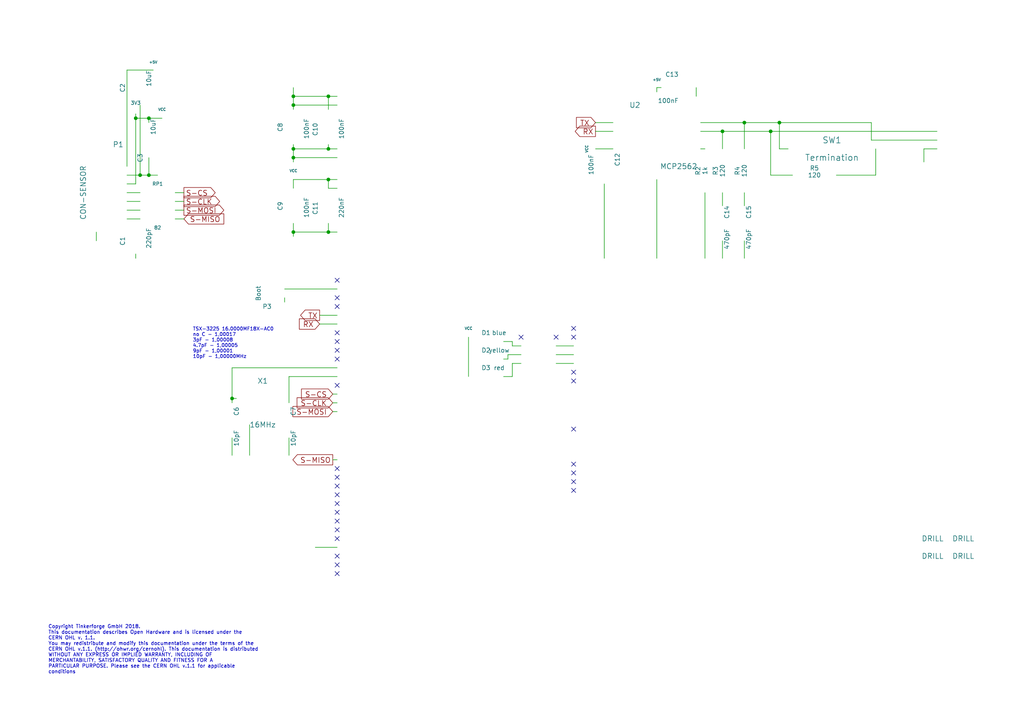
<source format=kicad_sch>
(kicad_sch (version 20230121) (generator eeschema)
  (paper "A4")
  (title_block (title "CAN Bricklet") (date "2018-01-16") (rev "2.0") (company "Tinkerforge GmbH") (comment 1 "Licensed under CERN OHL v.1.1") (comment 2 "Copyright (©) 2018, B.Nordmeyer <bastian@tinkerforge.com>"))
  (lib_symbols)
  (junction (at 40.64 50.8))
  (junction (at 95.25 67.31))
  (junction (at 85.09 30.48))
  (junction (at 85.09 27.94))
  (junction (at 95.25 52.07))
  (junction (at 226.06 35.56))
  (junction (at 85.09 43.18))
  (junction (at 43.18 50.8))
  (junction (at 223.52 38.1))
  (junction (at 95.25 27.94))
  (junction (at 43.18 34.29))
  (junction (at 85.09 45.72))
  (junction (at 67.31 115.57))
  (junction (at 95.25 43.18))
  (junction (at 215.9 35.56))
  (junction (at 209.55 38.1))
  (junction (at 85.09 67.31))
  (junction (at 39.37 34.29))
  (no_connect (at 97.79 163.83))
  (no_connect (at 161.29 97.79))
  (no_connect (at 97.79 146.05))
  (no_connect (at 97.79 101.6))
  (no_connect (at 166.37 134.62))
  (no_connect (at 166.37 97.79))
  (no_connect (at 97.79 151.13))
  (no_connect (at 97.79 99.06))
  (no_connect (at 97.79 81.28))
  (no_connect (at 151.13 97.79))
  (no_connect (at 97.79 166.37))
  (no_connect (at 97.79 96.52))
  (no_connect (at 97.79 104.14))
  (no_connect (at 166.37 142.24))
  (no_connect (at 97.79 86.36))
  (no_connect (at 166.37 124.46))
  (no_connect (at 166.37 139.7))
  (no_connect (at 97.79 88.9))
  (no_connect (at 97.79 138.43))
  (no_connect (at 166.37 95.25))
  (no_connect (at 97.79 135.89))
  (no_connect (at 166.37 137.16))
  (no_connect (at 97.79 161.29))
  (no_connect (at 166.37 107.95))
  (no_connect (at 97.79 156.21))
  (no_connect (at 166.37 110.49))
  (no_connect (at 97.79 143.51))
  (no_connect (at 97.79 148.59))
  (no_connect (at 97.79 153.67))
  (no_connect (at 97.79 111.76))
  (no_connect (at 97.79 140.97))
  (wire (pts (xy 85.09 43.18) (xy 85.09 45.72)))
  (wire (pts (xy 161.29 102.87) (xy 166.37 102.87)))
  (wire (pts (xy 85.09 67.31) (xy 85.09 68.58)))
  (wire (pts (xy 226.06 43.18) (xy 226.06 35.56)))
  (wire (pts (xy 146.05 109.22) (xy 148.59 109.22)))
  (wire (pts (xy 43.18 34.29) (xy 43.18 35.56)))
  (wire (pts (xy 146.05 104.14) (xy 147.32 104.14)))
  (wire (pts (xy 254 43.18) (xy 254 50.8)))
  (wire (pts (xy 148.59 100.33) (xy 151.13 100.33)))
  (wire (pts (xy 190.5 52.07) (xy 190.5 74.93)))
  (wire (pts (xy 36.83 20.32) (xy 36.83 48.26)))
  (wire (pts (xy 252.73 40.64) (xy 252.73 35.56)))
  (wire (pts (xy 95.25 67.31) (xy 85.09 67.31)))
  (wire (pts (xy 39.37 34.29) (xy 43.18 34.29)))
  (wire (pts (xy 271.78 43.18) (xy 267.97 43.18)))
  (wire (pts (xy 85.09 52.07) (xy 85.09 54.61)))
  (wire (pts (xy 39.37 74.93) (xy 39.37 73.66)))
  (wire (pts (xy 50.8 55.88) (xy 53.34 55.88)))
  (wire (pts (xy 203.2 38.1) (xy 209.55 38.1)))
  (wire (pts (xy 40.64 60.96) (xy 36.83 60.96)))
  (wire (pts (xy 36.83 20.32) (xy 44.45 20.32)))
  (wire (pts (xy 67.31 106.68) (xy 67.31 115.57)))
  (wire (pts (xy 85.09 43.18) (xy 95.25 43.18)))
  (wire (pts (xy 67.31 115.57) (xy 67.31 116.84)))
  (wire (pts (xy 97.79 106.68) (xy 67.31 106.68)))
  (wire (pts (xy 190.5 26.67) (xy 190.5 25.4)))
  (wire (pts (xy 95.25 54.61) (xy 95.25 52.07)))
  (wire (pts (xy 177.8 38.1) (xy 172.72 38.1)))
  (wire (pts (xy 215.9 55.88) (xy 215.9 59.69)))
  (wire (pts (xy 209.55 43.18) (xy 209.55 38.1)))
  (wire (pts (xy 148.59 109.22) (xy 148.59 105.41)))
  (wire (pts (xy 91.44 158.75) (xy 97.79 158.75)))
  (wire (pts (xy 201.93 27.94) (xy 201.93 25.4)))
  (wire (pts (xy 43.18 34.29) (xy 46.99 34.29)))
  (wire (pts (xy 83.82 109.22) (xy 83.82 116.84)))
  (wire (pts (xy 97.79 109.22) (xy 83.82 109.22)))
  (wire (pts (xy 166.37 105.41) (xy 161.29 105.41)))
  (wire (pts (xy 85.09 30.48) (xy 85.09 31.75)))
  (wire (pts (xy 27.94 69.85) (xy 27.94 67.31)))
  (wire (pts (xy 95.25 27.94) (xy 85.09 27.94)))
  (wire (pts (xy 43.18 50.8) (xy 45.72 50.8)))
  (wire (pts (xy 85.09 45.72) (xy 85.09 46.99)))
  (wire (pts (xy 228.6 43.18) (xy 226.06 43.18)))
  (wire (pts (xy 95.25 43.18) (xy 95.25 41.91)))
  (wire (pts (xy 267.97 43.18) (xy 267.97 46.99)))
  (wire (pts (xy 175.26 74.93) (xy 175.26 53.34)))
  (wire (pts (xy 39.37 53.34) (xy 36.83 53.34)))
  (wire (pts (xy 204.47 55.88) (xy 204.47 74.93)))
  (wire (pts (xy 83.82 127) (xy 83.82 132.08)))
  (wire (pts (xy 226.06 35.56) (xy 252.73 35.56)))
  (wire (pts (xy 229.87 50.8) (xy 223.52 50.8)))
  (wire (pts (xy 172.72 43.18) (xy 177.8 43.18)))
  (wire (pts (xy 85.09 64.77) (xy 85.09 67.31)))
  (wire (pts (xy 97.79 45.72) (xy 85.09 45.72)))
  (wire (pts (xy 254 50.8) (xy 242.57 50.8)))
  (wire (pts (xy 36.83 63.5) (xy 40.64 63.5)))
  (wire (pts (xy 50.8 60.96) (xy 53.34 60.96)))
  (wire (pts (xy 223.52 50.8) (xy 223.52 38.1)))
  (wire (pts (xy 97.79 133.35) (xy 96.52 133.35)))
  (wire (pts (xy 172.72 35.56) (xy 177.8 35.56)))
  (wire (pts (xy 96.52 114.3) (xy 97.79 114.3)))
  (wire (pts (xy 215.9 69.85) (xy 215.9 74.93)))
  (wire (pts (xy 96.52 119.38) (xy 97.79 119.38)))
  (wire (pts (xy 223.52 38.1) (xy 271.78 38.1)))
  (wire (pts (xy 95.25 31.75) (xy 95.25 27.94)))
  (wire (pts (xy 147.32 102.87) (xy 151.13 102.87)))
  (wire (pts (xy 68.58 115.57) (xy 67.31 115.57)))
  (wire (pts (xy 147.32 104.14) (xy 147.32 102.87)))
  (wire (pts (xy 39.37 33.02) (xy 39.37 34.29)))
  (wire (pts (xy 36.83 50.8) (xy 40.64 50.8)))
  (wire (pts (xy 92.71 91.44) (xy 97.79 91.44)))
  (wire (pts (xy 85.09 25.4) (xy 85.09 27.94)))
  (wire (pts (xy 39.37 34.29) (xy 39.37 53.34)))
  (wire (pts (xy 40.64 50.8) (xy 40.64 30.48)))
  (wire (pts (xy 82.55 87.63) (xy 82.55 86.36)))
  (wire (pts (xy 135.89 97.79) (xy 135.89 109.22)))
  (wire (pts (xy 95.25 64.77) (xy 95.25 67.31)))
  (wire (pts (xy 85.09 41.91) (xy 85.09 43.18)))
  (wire (pts (xy 209.55 55.88) (xy 209.55 59.69)))
  (wire (pts (xy 97.79 30.48) (xy 85.09 30.48)))
  (wire (pts (xy 95.25 52.07) (xy 85.09 52.07)))
  (wire (pts (xy 215.9 35.56) (xy 226.06 35.56)))
  (wire (pts (xy 95.25 43.18) (xy 97.79 43.18)))
  (wire (pts (xy 43.18 50.8) (xy 43.18 45.72)))
  (wire (pts (xy 67.31 132.08) (xy 67.31 127)))
  (wire (pts (xy 97.79 67.31) (xy 95.25 67.31)))
  (wire (pts (xy 97.79 27.94) (xy 95.25 27.94)))
  (wire (pts (xy 166.37 100.33) (xy 161.29 100.33)))
  (wire (pts (xy 209.55 38.1) (xy 223.52 38.1)))
  (wire (pts (xy 97.79 116.84) (xy 96.52 116.84)))
  (wire (pts (xy 97.79 54.61) (xy 95.25 54.61)))
  (wire (pts (xy 36.83 58.42) (xy 40.64 58.42)))
  (wire (pts (xy 203.2 35.56) (xy 215.9 35.56)))
  (wire (pts (xy 53.34 58.42) (xy 50.8 58.42)))
  (wire (pts (xy 53.34 63.5) (xy 50.8 63.5)))
  (wire (pts (xy 271.78 40.64) (xy 252.73 40.64)))
  (wire (pts (xy 40.64 55.88) (xy 36.83 55.88)))
  (wire (pts (xy 190.5 25.4) (xy 191.77 25.4)))
  (wire (pts (xy 203.2 43.18) (xy 204.47 43.18)))
  (wire (pts (xy 148.59 105.41) (xy 151.13 105.41)))
  (wire (pts (xy 85.09 27.94) (xy 85.09 30.48)))
  (wire (pts (xy 97.79 52.07) (xy 95.25 52.07)))
  (wire (pts (xy 40.64 50.8) (xy 43.18 50.8)))
  (wire (pts (xy 97.79 93.98) (xy 92.71 93.98)))
  (wire (pts (xy 148.59 99.06) (xy 148.59 100.33)))
  (wire (pts (xy 82.55 83.82) (xy 97.79 83.82)))
  (wire (pts (xy 146.05 99.06) (xy 148.59 99.06)))
  (wire (pts (xy 72.39 132.08) (xy 72.39 123.19)))
  (wire (pts (xy 209.55 69.85) (xy 209.55 74.93)))
  (wire (pts (xy 215.9 43.18) (xy 215.9 35.56)))
  (text "Copyright Tinkerforge GmbH 2018.\nThis documentation describes Open Hardware and is licensed under the\nCERN OHL v. 1.1.\nYou may redistribute and modify this documentation under the terms of the\nCERN OHL v.1.1. (http://ohwr.org/cernohl). This documentation is distributed\nWITHOUT ANY EXPRESS OR IMPLIED WARRANTY, INCLUDING OF\nMERCHANTABILITY, SATISFACTORY QUALITY AND FITNESS FOR A\nPARTICULAR PURPOSE. Please see the CERN OHL v.1.1 for applicable\nconditions\n" (at 13.97 195.58 0) (effects (font (size 1.016 1.016)) (justify left bottom)))
  (text "TSX-3225 16.0000MF18X-AC0\nno C - 1,00017\n3pF - 1,00008\n4.7pF - 1,00005\n9pF - 1,00001\n10pF - 1,00000MHz" (at 55.88 104.14 0) (effects (font (size 0.9906 0.9906)) (justify left bottom)))
  (global_label "S-CS" (shape output) (at 53.34 55.88 0) (effects (font (size 1.4986 1.4986))) (property "Intersheetrefs" "${INTERSHEET_REFS}" (effects hide)))
  (global_label "TX" (shape input) (at 172.72 35.56 180) (effects (font (size 1.524 1.524))) (property "Intersheetrefs" "${INTERSHEET_REFS}" (effects hide)))
  (global_label "S-CLK" (shape input) (at 96.52 116.84 180) (effects (font (size 1.4986 1.4986))) (property "Intersheetrefs" "${INTERSHEET_REFS}" (effects hide)))
  (global_label "RX" (shape output) (at 172.72 38.1 180) (effects (font (size 1.524 1.524))) (property "Intersheetrefs" "${INTERSHEET_REFS}" (effects hide)))
  (global_label "RX" (shape input) (at 92.71 93.98 180) (effects (font (size 1.524 1.524))) (property "Intersheetrefs" "${INTERSHEET_REFS}" (effects hide)))
  (global_label "S-MOSI" (shape input) (at 96.52 119.38 180) (effects (font (size 1.4986 1.4986))) (property "Intersheetrefs" "${INTERSHEET_REFS}" (effects hide)))
  (global_label "S-MOSI" (shape output) (at 53.34 60.96 0) (effects (font (size 1.4986 1.4986))) (property "Intersheetrefs" "${INTERSHEET_REFS}" (effects hide)))
  (global_label "S-MISO" (shape output) (at 96.52 133.35 180) (effects (font (size 1.4986 1.4986))) (property "Intersheetrefs" "${INTERSHEET_REFS}" (effects hide)))
  (global_label "S-CLK" (shape output) (at 53.34 58.42 0) (effects (font (size 1.4986 1.4986))) (property "Intersheetrefs" "${INTERSHEET_REFS}" (effects hide)))
  (global_label "S-MISO" (shape input) (at 53.34 63.5 0) (effects (font (size 1.4986 1.4986))) (property "Intersheetrefs" "${INTERSHEET_REFS}" (effects hide)))
  (global_label "S-CS" (shape input) (at 96.52 114.3 180) (effects (font (size 1.4986 1.4986))) (property "Intersheetrefs" "${INTERSHEET_REFS}" (effects hide)))
  (global_label "TX" (shape output) (at 92.71 91.44 180) (effects (font (size 1.524 1.524))) (property "Intersheetrefs" "${INTERSHEET_REFS}" (effects hide)))
  (symbol (lib_id "CON-SENSOR2") (at 27.94 55.88 0) (mirror y) (unit 1)
    (property "Reference" "P1" (at 34.29 41.91 0) (effects (font (size 1.524 1.524))))
    (property "Value" "CON-SENSOR" (at 24.13 55.88 90) (effects (font (size 1.524 1.524))))
    (property "Footprint" "kicad-libraries:CON-SENSOR2" (effects hide))
  )
  (symbol (lib_id "GND") (at 27.94 69.85 0) (unit 1)
    (property "Reference" "#PWR03" (effects hide))
    (property "Value" "GND" (effects hide))
  )
  (symbol (lib_id "GND") (at 45.72 50.8 90) (unit 1)
    (property "Reference" "#PWR02" (effects hide))
    (property "Value" "GND" (effects hide))
  )
  (symbol (lib_id "VCC") (at 46.99 34.29 0) (unit 1)
    (property "Reference" "#PWR01" (effects hide))
    (property "Value" "VCC" (at 46.99 31.75 0) (effects (font (size 0.762 0.762))))
  )
  (symbol (lib_id "DRILL") (at 279.4 156.21 0) (unit 1)
    (property "Reference" "U5" (effects hide))
    (property "Value" "DRILL" (at 279.4 156.21 0) (effects (font (size 1.524 1.524))))
    (property "Footprint" "kicad-libraries:DRILL_NP" (effects hide))
  )
  (symbol (lib_id "DRILL") (at 279.4 161.29 0) (unit 1)
    (property "Reference" "U6" (effects hide))
    (property "Value" "DRILL" (at 279.4 161.29 0) (effects (font (size 1.524 1.524))))
    (property "Footprint" "kicad-libraries:DRILL_NP" (effects hide))
  )
  (symbol (lib_id "DRILL") (at 270.51 161.29 0) (unit 1)
    (property "Reference" "U4" (effects hide))
    (property "Value" "DRILL" (at 270.51 161.29 0) (effects (font (size 1.524 1.524))))
    (property "Footprint" "kicad-libraries:DRILL_NP" (effects hide))
  )
  (symbol (lib_id "DRILL") (at 270.51 156.21 0) (unit 1)
    (property "Reference" "U3" (effects hide))
    (property "Value" "DRILL" (at 270.51 156.21 0) (effects (font (size 1.524 1.524))))
    (property "Footprint" "kicad-libraries:DRILL_NP" (effects hide))
  )
  (symbol (lib_id "C") (at 43.18 40.64 180) (unit 1)
    (property "Reference" "C3" (at 40.64 44.45 90) (effects (justify left)))
    (property "Value" "10uF" (at 44.45 34.29 90) (effects (justify left)))
    (property "Footprint" "kicad-libraries:C0805E" (effects hide))
  )
  (symbol (lib_id "MCP2551") (at 190.5 39.37 0) (unit 1)
    (property "Reference" "U2" (at 184.15 30.48 0) (effects (font (size 1.524 1.524))))
    (property "Value" "MCP2562" (at 196.85 48.26 0) (effects (font (size 1.524 1.524))))
    (property "Footprint" "kicad-libraries:SOIC8" (effects hide))
  )
  (symbol (lib_id "R_PACK4") (at 45.72 64.77 0) (unit 1)
    (property "Reference" "RP1" (at 45.72 53.34 0) (effects (font (size 1.016 1.016))))
    (property "Value" "82" (at 45.72 66.04 0) (effects (font (size 1.016 1.016))))
    (property "Footprint" "kicad-libraries:4X0402" (effects hide))
  )
  (symbol (lib_id "VCC") (at 172.72 43.18 90) (unit 1)
    (property "Reference" "#PWR04" (effects hide))
    (property "Value" "VCC" (at 170.18 43.18 0) (effects (font (size 0.762 0.762))))
  )
  (symbol (lib_id "GND") (at 190.5 74.93 0) (unit 1)
    (property "Reference" "#PWR05" (effects hide))
    (property "Value" "GND" (effects hide))
  )
  (symbol (lib_id "+5V") (at 44.45 20.32 0) (unit 1)
    (property "Reference" "#PWR06" (effects hide))
    (property "Value" "+5V" (at 44.45 18.034 0) (effects (font (size 0.762 0.762))))
  )
  (symbol (lib_id "C") (at 40.64 25.4 180) (unit 1)
    (property "Reference" "C2" (at 35.56 24.13 90) (effects (justify left)))
    (property "Value" "10uF" (at 43.18 20.32 90) (effects (justify left)))
    (property "Footprint" "kicad-libraries:C0805E" (effects hide))
  )
  (symbol (lib_id "+5V") (at 190.5 25.4 0) (unit 1)
    (property "Reference" "#PWR07" (effects hide))
    (property "Value" "+5V" (at 190.5 23.114 0) (effects (font (size 0.762 0.762))))
  )
  (symbol (lib_id "R") (at 204.47 49.53 180) (unit 1)
    (property "Reference" "R2" (at 202.438 49.53 90))
    (property "Value" "1k" (at 204.47 49.53 90))
    (property "Footprint" "kicad-libraries:R0603F" (effects hide))
  )
  (symbol (lib_id "GND") (at 204.47 74.93 0) (unit 1)
    (property "Reference" "#PWR08" (effects hide))
    (property "Value" "GND" (effects hide))
  )
  (symbol (lib_id "R") (at 236.22 50.8 90) (unit 1)
    (property "Reference" "R5" (at 236.22 48.768 90))
    (property "Value" "120" (at 236.22 50.8 90))
    (property "Footprint" "kicad-libraries:R0603F" (effects hide))
  )
  (symbol (lib_id "R") (at 209.55 49.53 180) (unit 1)
    (property "Reference" "R3" (at 207.518 49.53 90))
    (property "Value" "120" (at 209.55 49.53 90))
    (property "Footprint" "kicad-libraries:R0603F" (effects hide))
  )
  (symbol (lib_id "R") (at 215.9 49.53 180) (unit 1)
    (property "Reference" "R4" (at 213.868 49.53 90))
    (property "Value" "120" (at 215.9 49.53 90))
    (property "Footprint" "kicad-libraries:R0603F" (effects hide))
  )
  (symbol (lib_id "GND") (at 209.55 74.93 0) (unit 1)
    (property "Reference" "#PWR09" (effects hide))
    (property "Value" "GND" (effects hide))
  )
  (symbol (lib_id "GND") (at 215.9 74.93 0) (unit 1)
    (property "Reference" "#PWR010" (effects hide))
    (property "Value" "GND" (effects hide))
  )
  (symbol (lib_id "C") (at 215.9 64.77 0) (unit 1)
    (property "Reference" "C15" (at 217.17 63.5 90) (effects (justify left)))
    (property "Value" "470pF" (at 217.17 72.39 90) (effects (justify left)))
    (property "Footprint" "kicad-libraries:C0603F" (effects hide))
  )
  (symbol (lib_id "C") (at 209.55 64.77 0) (unit 1)
    (property "Reference" "C14" (at 210.82 63.5 90) (effects (justify left)))
    (property "Value" "470pF" (at 210.82 72.39 90) (effects (justify left)))
    (property "Footprint" "kicad-libraries:C0603F" (effects hide))
  )
  (symbol (lib_id "C") (at 196.85 25.4 90) (unit 1)
    (property "Reference" "C13" (at 196.85 21.59 90) (effects (justify left)))
    (property "Value" "100nF" (at 196.85 29.21 90) (effects (justify left)))
    (property "Footprint" "kicad-libraries:C0603F" (effects hide))
  )
  (symbol (lib_id "GND") (at 201.93 27.94 0) (unit 1)
    (property "Reference" "#PWR011" (effects hide))
    (property "Value" "GND" (effects hide))
  )
  (symbol (lib_id "C") (at 175.26 48.26 0) (unit 1)
    (property "Reference" "C12" (at 179.07 48.26 90) (effects (justify left)))
    (property "Value" "100nF" (at 171.45 50.8 90) (effects (justify left)))
    (property "Footprint" "kicad-libraries:C0603F" (effects hide))
  )
  (symbol (lib_id "GND") (at 175.26 74.93 0) (unit 1)
    (property "Reference" "#PWR012" (effects hide))
    (property "Value" "GND" (effects hide))
  )
  (symbol (lib_id "CRYSTAL_3225") (at 76.2 115.57 0) (unit 1)
    (property "Reference" "X1" (at 76.2 110.49 0) (effects (font (size 1.524 1.524))))
    (property "Value" "16MHz" (at 76.2 123.19 0) (effects (font (size 1.524 1.524))))
    (property "Footprint" "kicad-libraries:CRYSTAL_3225" (effects hide))
  )
  (symbol (lib_id "C") (at 83.82 121.92 0) (unit 1)
    (property "Reference" "C7" (at 85.09 120.65 90) (effects (justify left)))
    (property "Value" "10pF" (at 85.09 129.54 90) (effects (justify left)))
    (property "Footprint" "kicad-libraries:C0603F" (effects hide))
  )
  (symbol (lib_id "C") (at 67.31 121.92 0) (unit 1)
    (property "Reference" "C6" (at 68.58 120.65 90) (effects (justify left)))
    (property "Value" "10pF" (at 68.58 129.54 90) (effects (justify left)))
    (property "Footprint" "kicad-libraries:C0603F" (effects hide))
  )
  (symbol (lib_id "GND") (at 83.82 132.08 0) (unit 1)
    (property "Reference" "#PWR013" (effects hide))
    (property "Value" "GND" (effects hide))
  )
  (symbol (lib_id "GND") (at 72.39 132.08 0) (unit 1)
    (property "Reference" "#PWR014" (effects hide))
    (property "Value" "GND" (effects hide))
  )
  (symbol (lib_id "GND") (at 67.31 132.08 0) (unit 1)
    (property "Reference" "#PWR015" (effects hide))
    (property "Value" "GND" (effects hide))
  )
  (symbol (lib_id "GND") (at 267.97 46.99 0) (unit 1)
    (property "Reference" "#PWR016" (effects hide))
    (property "Value" "GND" (effects hide))
  )
  (symbol (lib_id "SPST") (at 241.3 43.18 0) (unit 1)
    (property "Reference" "SW1" (at 241.3 40.64 0) (effects (font (size 1.778 1.778))))
    (property "Value" "Termination" (at 241.3 45.72 0) (effects (font (size 1.778 1.778))))
    (property "Footprint" "kicad-libraries:SLIDE_SWITCH" (effects hide))
  )
  (symbol (lib_id "3V3") (at 39.37 33.02 0) (unit 1)
    (property "Reference" "#PWR017" (effects hide))
    (property "Value" "3V3" (at 39.37 29.845 0) (effects (font (size 1.016 1.016))))
  )
  (symbol (lib_id "CONN_3") (at 280.67 40.64 0) (mirror x) (unit 1)
    (property "Reference" "K1" (at 279.4 40.64 90))
    (property "Value" "CONN_3" (at 281.94 40.64 90) (effects (font (size 1.016 1.016))))
    (property "Footprint" "kicad-libraries:AKL_5_3" (effects hide))
  )
  (symbol (lib_id "XMC1XXX48") (at 106.68 46.99 0) (unit 1)
    (property "Reference" "U1" (at 102.87 22.86 0) (effects (font (size 1.524 1.524))))
    (property "Value" "XMC1404" (at 106.68 71.12 0) (effects (font (size 1.524 1.524))))
    (property "Footprint" "kicad-libraries:QFN48-EP2" (effects hide))
  )
  (symbol (lib_id "XMC1XXX48") (at 106.68 100.33 0) (unit 2)
    (property "Reference" "U1" (at 102.87 76.2 0) (effects (font (size 1.524 1.524))))
    (property "Value" "XMC1404" (at 106.68 124.46 0) (effects (font (size 1.524 1.524))))
    (property "Footprint" "kicad-libraries:QFN48-EP2" (effects hide))
  )
  (symbol (lib_id "XMC1XXX48") (at 106.68 146.05 0) (unit 4)
    (property "Reference" "U1" (at 102.87 128.27 0) (effects (font (size 1.524 1.524))))
    (property "Value" "XMC1404" (at 106.68 170.18 0) (effects (font (size 1.524 1.524))))
    (property "Footprint" "kicad-libraries:QFN48-EP2" (effects hide))
  )
  (symbol (lib_id "XMC1XXX48") (at 175.26 102.87 0) (unit 3)
    (property "Reference" "U1" (at 171.45 90.17 0) (effects (font (size 1.524 1.524))))
    (property "Value" "XMC1404" (at 175.26 115.57 0) (effects (font (size 1.524 1.524))))
    (property "Footprint" "kicad-libraries:QFN48-EP2" (effects hide))
  )
  (symbol (lib_id "XMC1XXX48") (at 175.26 132.08 0) (unit 5)
    (property "Reference" "U1" (at 171.45 120.65 0) (effects (font (size 1.524 1.524))))
    (property "Value" "XMC1404" (at 175.26 146.05 0) (effects (font (size 1.524 1.524))))
    (property "Footprint" "kicad-libraries:QFN48-EP2" (effects hide))
  )
  (symbol (lib_id "GND") (at 39.37 74.93 0) (unit 1)
    (property "Reference" "#PWR018" (effects hide))
    (property "Value" "GND" (effects hide))
  )
  (symbol (lib_id "C") (at 39.37 68.58 180) (unit 1)
    (property "Reference" "C1" (at 35.56 68.58 90) (effects (justify left)))
    (property "Value" "220pF" (at 43.18 66.04 90) (effects (justify left)))
    (property "Footprint" "kicad-libraries:C0402F" (effects hide))
  )
  (symbol (lib_id "CONN_01X01") (at 86.36 158.75 0) (mirror y) (unit 1)
    (property "Reference" "P2" (at 86.36 156.21 0))
    (property "Value" "Debug" (at 83.82 158.75 90))
    (property "Footprint" "kicad-libraries:DEBUG_PAD" (effects hide))
  )
  (symbol (lib_id "CONN_01X02") (at 77.47 85.09 180) (unit 1)
    (property "Reference" "P3" (at 77.47 88.9 0))
    (property "Value" "Boot" (at 74.93 85.09 90))
    (property "Footprint" "kicad-libraries:SolderJumper" (effects hide))
  )
  (symbol (lib_id "GND") (at 82.55 87.63 0) (unit 1)
    (property "Reference" "#PWR019" (effects hide))
    (property "Value" "GND" (effects hide))
  )
  (symbol (lib_id "LED") (at 140.97 99.06 0) (unit 1)
    (property "Reference" "D1" (at 140.97 96.52 0))
    (property "Value" "blue" (at 144.78 96.52 0))
    (property "Footprint" "kicad-libraries:D0603F" (effects hide))
  )
  (symbol (lib_id "VCC") (at 135.89 97.79 0) (unit 1)
    (property "Reference" "#PWR020" (effects hide))
    (property "Value" "VCC" (at 135.89 95.25 0) (effects (font (size 0.762 0.762))))
  )
  (symbol (lib_id "VCC") (at 85.09 25.4 0) (unit 1)
    (property "Reference" "#PWR021" (effects hide))
    (property "Value" "VCC" (at 85.09 22.86 0) (effects (font (size 0.762 0.762))))
  )
  (symbol (lib_id "C") (at 95.25 36.83 180) (unit 1)
    (property "Reference" "C10" (at 91.44 35.56 90) (effects (justify left)))
    (property "Value" "100nF" (at 99.06 34.29 90) (effects (justify left)))
    (property "Footprint" "kicad-libraries:C0603F" (effects hide))
  )
  (symbol (lib_id "C") (at 85.09 36.83 180) (unit 1)
    (property "Reference" "C8" (at 81.28 35.56 90) (effects (justify left)))
    (property "Value" "100nF" (at 88.9 34.29 90) (effects (justify left)))
    (property "Footprint" "kicad-libraries:C0603F" (effects hide))
  )
  (symbol (lib_id "GND") (at 85.09 46.99 0) (unit 1)
    (property "Reference" "#PWR022" (effects hide))
    (property "Value" "GND" (effects hide))
  )
  (symbol (lib_id "C") (at 95.25 59.69 180) (unit 1)
    (property "Reference" "C11" (at 91.44 58.42 90) (effects (justify left)))
    (property "Value" "220nF" (at 99.06 57.15 90) (effects (justify left)))
    (property "Footprint" "kicad-libraries:C0603F" (effects hide))
  )
  (symbol (lib_id "C") (at 85.09 59.69 180) (unit 1)
    (property "Reference" "C9" (at 81.28 58.42 90) (effects (justify left)))
    (property "Value" "100nF" (at 88.9 57.15 90) (effects (justify left)))
    (property "Footprint" "kicad-libraries:C0603F" (effects hide))
  )
  (symbol (lib_id "GND") (at 85.09 68.58 0) (unit 1)
    (property "Reference" "#PWR023" (effects hide))
    (property "Value" "GND" (effects hide))
  )
  (symbol (lib_id "VCC") (at 85.09 52.07 0) (unit 1)
    (property "Reference" "#PWR024" (effects hide))
    (property "Value" "VCC" (at 85.09 49.53 0) (effects (font (size 0.762 0.762))))
  )
  (symbol (lib_id "R_PACK4") (at 156.21 106.68 0) (mirror y) (unit 1)
    (property "Reference" "RP2" (at 156.21 95.25 0) (effects (font (size 1.016 1.016))))
    (property "Value" "1k" (at 156.21 107.95 0) (effects (font (size 1.016 1.016))))
    (property "Footprint" "kicad-libraries:0603X4" (effects hide))
  )
  (symbol (lib_id "LED") (at 140.97 104.14 0) (unit 1)
    (property "Reference" "D2" (at 140.97 101.6 0))
    (property "Value" "yellow" (at 144.78 101.6 0))
    (property "Footprint" "kicad-libraries:D0603F" (effects hide))
  )
  (symbol (lib_id "LED") (at 140.97 109.22 0) (unit 1)
    (property "Reference" "D3" (at 140.97 106.68 0))
    (property "Value" "red" (at 144.78 106.68 0))
    (property "Footprint" "kicad-libraries:D0603F" (effects hide))
  )
)
</source>
